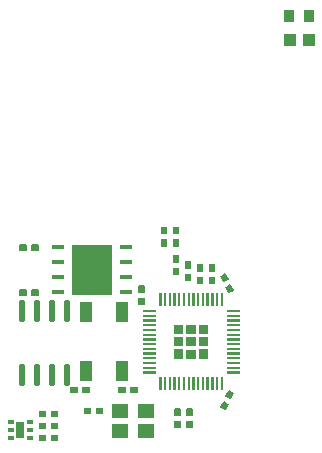
<source format=gtp>
G04 Layer: TopPasteMaskLayer*
G04 Panelize: , Column: 2, Row: 2, Board Size: 58.42mm x 58.42mm, Panelized Board Size: 118.84mm x 118.84mm*
G04 EasyEDA v6.5.34, 2023-09-08 22:52:23*
G04 25f9ab1a57db4546acea81688240381b,5a6b42c53f6a479593ecc07194224c93,10*
G04 Gerber Generator version 0.2*
G04 Scale: 100 percent, Rotated: No, Reflected: No *
G04 Dimensions in millimeters *
G04 leading zeros omitted , absolute positions ,4 integer and 5 decimal *
%FSLAX45Y45*%
%MOMM*%

%AMMACRO1*21,1,$1,$2,0,0,$3*%
%ADD10MACRO1,1.2X1.4X90.0000*%
%ADD11R,1.4000X1.2000*%
%ADD12MACRO1,1.2X1.4X-90.0000*%
%ADD13R,0.5000X0.3500*%
%ADD14R,0.7000X1.4500*%
%ADD15R,1.0000X1.8000*%
%ADD16O,0.5684012X1.950212*%
%ADD17R,1.0500X0.4501*%
%ADD18R,3.4501X4.3500*%
%ADD19R,0.8999X1.0000*%
%ADD20R,1.0000X1.1000*%
%ADD21R,0.0197X1.1000*%

%LPD*%
G36*
X1865071Y3646982D02*
G01*
X1860092Y3642004D01*
X1860092Y3596995D01*
X1865071Y3592017D01*
X1918055Y3592017D01*
X1923084Y3596995D01*
X1923084Y3642004D01*
X1918106Y3646982D01*
G37*
G36*
X1968093Y3646982D02*
G01*
X1963064Y3642004D01*
X1963064Y3596995D01*
X1968093Y3592017D01*
X2021078Y3592017D01*
X2026107Y3596995D01*
X2026107Y3642004D01*
X2021078Y3646982D01*
G37*
G36*
X2411171Y2262682D02*
G01*
X2406192Y2257704D01*
X2406192Y2212695D01*
X2411171Y2207717D01*
X2464206Y2207717D01*
X2469184Y2212695D01*
X2469184Y2257704D01*
X2464206Y2262682D01*
G37*
G36*
X2514193Y2262682D02*
G01*
X2509164Y2257704D01*
X2509164Y2212695D01*
X2514193Y2207717D01*
X2567178Y2207717D01*
X2572207Y2212695D01*
X2572207Y2257704D01*
X2567178Y2262682D01*
G37*
G36*
X2030171Y2034082D02*
G01*
X2025192Y2029104D01*
X2025192Y1984095D01*
X2030171Y1979117D01*
X2083206Y1979117D01*
X2088184Y1984095D01*
X2088184Y2029104D01*
X2083206Y2034082D01*
G37*
G36*
X2133193Y2034082D02*
G01*
X2128164Y2029104D01*
X2128164Y1984095D01*
X2133193Y1979117D01*
X2186178Y1979117D01*
X2191207Y1984095D01*
X2191207Y2029104D01*
X2186178Y2034082D01*
G37*
G36*
X3063595Y3791407D02*
G01*
X3058566Y3786378D01*
X3058566Y3733393D01*
X3063595Y3728415D01*
X3108604Y3728415D01*
X3113582Y3733393D01*
X3113582Y3786378D01*
X3108604Y3791407D01*
G37*
G36*
X3063595Y3688384D02*
G01*
X3058617Y3683406D01*
X3058566Y3630422D01*
X3063595Y3625392D01*
X3108604Y3625392D01*
X3113582Y3630422D01*
X3113582Y3683406D01*
X3108604Y3688384D01*
G37*
G36*
X3165195Y3688384D02*
G01*
X3160166Y3683406D01*
X3160166Y3630371D01*
X3165195Y3625392D01*
X3210204Y3625392D01*
X3215182Y3630371D01*
X3215182Y3683406D01*
X3210204Y3688384D01*
G37*
G36*
X3165195Y3791407D02*
G01*
X3160166Y3786378D01*
X3160166Y3733393D01*
X3165195Y3728415D01*
X3210204Y3728415D01*
X3215182Y3733393D01*
X3215182Y3786378D01*
X3210204Y3791407D01*
G37*
G36*
X2296871Y2440482D02*
G01*
X2291892Y2435504D01*
X2291892Y2390495D01*
X2296871Y2385517D01*
X2349906Y2385517D01*
X2354884Y2390495D01*
X2354884Y2435504D01*
X2349906Y2440482D01*
G37*
G36*
X2399893Y2440482D02*
G01*
X2394864Y2435504D01*
X2394864Y2390495D01*
X2399893Y2385517D01*
X2452878Y2385517D01*
X2457907Y2390495D01*
X2457907Y2435504D01*
X2452878Y2440482D01*
G37*
G36*
X3279495Y2254707D02*
G01*
X3274466Y2249678D01*
X3274466Y2196693D01*
X3279495Y2191715D01*
X3324504Y2191715D01*
X3329482Y2196693D01*
X3329482Y2249678D01*
X3324504Y2254707D01*
G37*
G36*
X3279495Y2151684D02*
G01*
X3274517Y2146706D01*
X3274466Y2093722D01*
X3279495Y2088692D01*
X3324504Y2088692D01*
X3329482Y2093722D01*
X3329482Y2146706D01*
X3324504Y2151684D01*
G37*
G36*
X3177895Y2151684D02*
G01*
X3172866Y2146706D01*
X3172866Y2093671D01*
X3177895Y2088692D01*
X3222904Y2088692D01*
X3227882Y2093671D01*
X3227882Y2146706D01*
X3222904Y2151684D01*
G37*
G36*
X3177895Y2254707D02*
G01*
X3172866Y2249678D01*
X3172866Y2196693D01*
X3177895Y2191715D01*
X3222904Y2191715D01*
X3227882Y2196693D01*
X3227882Y2249678D01*
X3222904Y2254707D01*
G37*
G36*
X3634181Y2408834D02*
G01*
X3627526Y2406396D01*
X3605123Y2358390D01*
X3607562Y2351735D01*
X3648354Y2332736D01*
X3654958Y2335123D01*
X3677361Y2383180D01*
X3674973Y2389835D01*
G37*
G36*
X3590645Y2315464D02*
G01*
X3583990Y2313076D01*
X3561587Y2265019D01*
X3564026Y2258364D01*
X3604818Y2239365D01*
X3611473Y2241804D01*
X3633825Y2289810D01*
X3631437Y2296464D01*
G37*
G36*
X3165195Y3550107D02*
G01*
X3160166Y3545078D01*
X3160166Y3492093D01*
X3165195Y3487115D01*
X3210204Y3487115D01*
X3215182Y3492093D01*
X3215182Y3545078D01*
X3210204Y3550107D01*
G37*
G36*
X3165195Y3447084D02*
G01*
X3160217Y3442106D01*
X3160166Y3389122D01*
X3165195Y3384092D01*
X3210204Y3384092D01*
X3215182Y3389122D01*
X3215182Y3442106D01*
X3210204Y3447084D01*
G37*
G36*
X3266795Y3499307D02*
G01*
X3261766Y3494278D01*
X3261766Y3441293D01*
X3266795Y3436315D01*
X3311804Y3436315D01*
X3316782Y3441293D01*
X3316782Y3494278D01*
X3311804Y3499307D01*
G37*
G36*
X3266795Y3396284D02*
G01*
X3261817Y3391306D01*
X3261766Y3338322D01*
X3266795Y3333292D01*
X3311804Y3333292D01*
X3316782Y3338322D01*
X3316782Y3391306D01*
X3311804Y3396284D01*
G37*
G36*
X3368395Y3473907D02*
G01*
X3363366Y3468878D01*
X3363366Y3415893D01*
X3368395Y3410915D01*
X3413404Y3410915D01*
X3418382Y3415893D01*
X3418382Y3468878D01*
X3413404Y3473907D01*
G37*
G36*
X3368395Y3370884D02*
G01*
X3363417Y3365906D01*
X3363366Y3312922D01*
X3368395Y3307892D01*
X3413404Y3307892D01*
X3418382Y3312922D01*
X3418382Y3365906D01*
X3413404Y3370884D01*
G37*
G36*
X3469995Y3473907D02*
G01*
X3464966Y3468878D01*
X3464966Y3415893D01*
X3469995Y3410915D01*
X3515004Y3410915D01*
X3519982Y3415893D01*
X3519982Y3468878D01*
X3515004Y3473907D01*
G37*
G36*
X3469995Y3370884D02*
G01*
X3465017Y3365906D01*
X3464966Y3312922D01*
X3469995Y3307892D01*
X3515004Y3307892D01*
X3519982Y3312922D01*
X3519982Y3365906D01*
X3515004Y3370884D01*
G37*
G36*
X3604818Y3399434D02*
G01*
X3564026Y3380435D01*
X3561587Y3373780D01*
X3583990Y3325723D01*
X3590645Y3323336D01*
X3631437Y3342335D01*
X3633825Y3348990D01*
X3611422Y3396996D01*
G37*
G36*
X3648354Y3306064D02*
G01*
X3607562Y3287064D01*
X3605123Y3280410D01*
X3627526Y3232404D01*
X3634181Y3229965D01*
X3674973Y3248964D01*
X3677361Y3255619D01*
X3654958Y3303676D01*
G37*
G36*
X2703271Y2440482D02*
G01*
X2698292Y2435504D01*
X2698292Y2390495D01*
X2703271Y2385517D01*
X2756306Y2385517D01*
X2761284Y2390495D01*
X2761284Y2435504D01*
X2756306Y2440482D01*
G37*
G36*
X2806293Y2440482D02*
G01*
X2801264Y2435504D01*
X2801264Y2390495D01*
X2806293Y2385517D01*
X2859278Y2385517D01*
X2864307Y2390495D01*
X2864307Y2435504D01*
X2859278Y2440482D01*
G37*
G36*
X2904693Y3089402D02*
G01*
X2904693Y3069386D01*
X3014675Y3069386D01*
X3014675Y3089402D01*
G37*
G36*
X2904693Y3049422D02*
G01*
X2904693Y3029407D01*
X3014675Y3029407D01*
X3014675Y3049422D01*
G37*
G36*
X2904693Y3009392D02*
G01*
X2904693Y2989376D01*
X3014675Y2989376D01*
X3014675Y3009392D01*
G37*
G36*
X2904693Y2969361D02*
G01*
X2904693Y2949397D01*
X3014675Y2949397D01*
X3014675Y2969361D01*
G37*
G36*
X2904693Y2929432D02*
G01*
X2904693Y2909417D01*
X3014675Y2909417D01*
X3014675Y2929432D01*
G37*
G36*
X2904693Y2889402D02*
G01*
X2904693Y2869387D01*
X3014675Y2869387D01*
X3014675Y2889402D01*
G37*
G36*
X2904693Y2849422D02*
G01*
X2904693Y2829407D01*
X3014675Y2829407D01*
X3014675Y2849422D01*
G37*
G36*
X2904693Y2809392D02*
G01*
X2904693Y2789377D01*
X3014675Y2789377D01*
X3014675Y2809392D01*
G37*
G36*
X2904693Y2769412D02*
G01*
X2904693Y2749397D01*
X3014675Y2749397D01*
X3014675Y2769412D01*
G37*
G36*
X2904693Y2729433D02*
G01*
X2904693Y2709418D01*
X3014675Y2709418D01*
X3014675Y2729433D01*
G37*
G36*
X2904693Y2689402D02*
G01*
X2904693Y2669387D01*
X3014675Y2669387D01*
X3014675Y2689402D01*
G37*
G36*
X2904693Y2649372D02*
G01*
X2904693Y2629408D01*
X3014675Y2629408D01*
X3014675Y2649372D01*
G37*
G36*
X2904693Y2609392D02*
G01*
X2904693Y2589377D01*
X3014675Y2589377D01*
X3014675Y2609392D01*
G37*
G36*
X2904693Y2569413D02*
G01*
X2904693Y2549398D01*
X3014675Y2549398D01*
X3014675Y2569413D01*
G37*
G36*
X3044698Y2519426D02*
G01*
X3044698Y2409393D01*
X3064713Y2409393D01*
X3064713Y2519426D01*
G37*
G36*
X3084677Y2519426D02*
G01*
X3084677Y2409393D01*
X3104692Y2409393D01*
X3104692Y2519426D01*
G37*
G36*
X3124657Y2519426D02*
G01*
X3124657Y2409393D01*
X3144672Y2409393D01*
X3144672Y2519426D01*
G37*
G36*
X3164687Y2519426D02*
G01*
X3164687Y2409393D01*
X3184702Y2409393D01*
X3184702Y2519426D01*
G37*
G36*
X3204667Y2519426D02*
G01*
X3204667Y2409393D01*
X3224682Y2409393D01*
X3224682Y2519426D01*
G37*
G36*
X3244697Y2519426D02*
G01*
X3244697Y2409393D01*
X3264712Y2409393D01*
X3264712Y2519426D01*
G37*
G36*
X3284677Y2519426D02*
G01*
X3284677Y2409393D01*
X3304692Y2409393D01*
X3304692Y2519426D01*
G37*
G36*
X3324656Y2519426D02*
G01*
X3324656Y2409393D01*
X3344672Y2409393D01*
X3344672Y2519426D01*
G37*
G36*
X3364687Y2519426D02*
G01*
X3364687Y2409393D01*
X3384702Y2409393D01*
X3384702Y2519426D01*
G37*
G36*
X3404666Y2519426D02*
G01*
X3404666Y2409393D01*
X3424682Y2409393D01*
X3424682Y2519426D01*
G37*
G36*
X3444697Y2519426D02*
G01*
X3444697Y2409393D01*
X3464712Y2409393D01*
X3464712Y2519426D01*
G37*
G36*
X3484676Y2519426D02*
G01*
X3484676Y2409393D01*
X3504692Y2409393D01*
X3504692Y2519426D01*
G37*
G36*
X3524656Y2519426D02*
G01*
X3524656Y2409393D01*
X3544671Y2409393D01*
X3544671Y2519426D01*
G37*
G36*
X3564686Y2519426D02*
G01*
X3564686Y2409393D01*
X3584701Y2409393D01*
X3584701Y2519426D01*
G37*
G36*
X3614674Y2569413D02*
G01*
X3614674Y2549398D01*
X3724706Y2549398D01*
X3724706Y2569413D01*
G37*
G36*
X3614674Y2609392D02*
G01*
X3614674Y2589377D01*
X3724706Y2589377D01*
X3724706Y2609392D01*
G37*
G36*
X3614674Y2649372D02*
G01*
X3614674Y2629408D01*
X3724706Y2629408D01*
X3724706Y2649372D01*
G37*
G36*
X3614674Y2689402D02*
G01*
X3614674Y2669387D01*
X3724706Y2669387D01*
X3724706Y2689402D01*
G37*
G36*
X3614674Y2729433D02*
G01*
X3614674Y2709418D01*
X3724706Y2709418D01*
X3724706Y2729433D01*
G37*
G36*
X3614674Y2769412D02*
G01*
X3614674Y2749397D01*
X3724706Y2749397D01*
X3724706Y2769412D01*
G37*
G36*
X3614674Y2809392D02*
G01*
X3614674Y2789377D01*
X3724706Y2789377D01*
X3724706Y2809392D01*
G37*
G36*
X3614674Y2849422D02*
G01*
X3614674Y2829407D01*
X3724706Y2829407D01*
X3724706Y2849422D01*
G37*
G36*
X3614674Y2889402D02*
G01*
X3614674Y2869387D01*
X3724706Y2869387D01*
X3724706Y2889402D01*
G37*
G36*
X3614674Y2929432D02*
G01*
X3614674Y2909417D01*
X3724706Y2909417D01*
X3724706Y2929432D01*
G37*
G36*
X3614674Y2969361D02*
G01*
X3614674Y2949397D01*
X3724706Y2949397D01*
X3724706Y2969361D01*
G37*
G36*
X3614674Y3009392D02*
G01*
X3614674Y2989376D01*
X3724706Y2989376D01*
X3724706Y3009392D01*
G37*
G36*
X3614674Y3049422D02*
G01*
X3614674Y3029407D01*
X3724706Y3029407D01*
X3724706Y3049422D01*
G37*
G36*
X3614674Y3089402D02*
G01*
X3614674Y3069386D01*
X3724706Y3069386D01*
X3724706Y3089402D01*
G37*
G36*
X3564686Y3229406D02*
G01*
X3564686Y3119374D01*
X3584701Y3119374D01*
X3584701Y3229406D01*
G37*
G36*
X3524656Y3229406D02*
G01*
X3524656Y3119374D01*
X3544671Y3119374D01*
X3544671Y3229406D01*
G37*
G36*
X3484676Y3229406D02*
G01*
X3484676Y3119374D01*
X3504692Y3119374D01*
X3504692Y3229406D01*
G37*
G36*
X3444697Y3229406D02*
G01*
X3444697Y3119374D01*
X3464712Y3119374D01*
X3464712Y3229406D01*
G37*
G36*
X3404666Y3229406D02*
G01*
X3404666Y3119374D01*
X3424682Y3119374D01*
X3424682Y3229406D01*
G37*
G36*
X3364687Y3229406D02*
G01*
X3364687Y3119374D01*
X3384702Y3119374D01*
X3384702Y3229406D01*
G37*
G36*
X3324656Y3229406D02*
G01*
X3324656Y3119374D01*
X3344672Y3119374D01*
X3344672Y3229406D01*
G37*
G36*
X3284677Y3229406D02*
G01*
X3284677Y3119374D01*
X3304692Y3119374D01*
X3304692Y3229406D01*
G37*
G36*
X3244697Y3229406D02*
G01*
X3244697Y3119374D01*
X3264712Y3119374D01*
X3264712Y3229406D01*
G37*
G36*
X3204667Y3229406D02*
G01*
X3204667Y3119374D01*
X3224682Y3119374D01*
X3224682Y3229406D01*
G37*
G36*
X3164687Y3229406D02*
G01*
X3164687Y3119374D01*
X3184702Y3119374D01*
X3184702Y3229406D01*
G37*
G36*
X3124657Y3229406D02*
G01*
X3124657Y3119374D01*
X3144672Y3119374D01*
X3144672Y3229406D01*
G37*
G36*
X3084677Y3229406D02*
G01*
X3084677Y3119374D01*
X3104692Y3119374D01*
X3104692Y3229406D01*
G37*
G36*
X3044698Y3229406D02*
G01*
X3044698Y3119374D01*
X3064713Y3119374D01*
X3064713Y3229406D01*
G37*
G36*
X3379673Y2964383D02*
G01*
X3379673Y2884424D01*
X3459683Y2884424D01*
X3459683Y2964383D01*
G37*
G36*
X3169716Y2964383D02*
G01*
X3169716Y2884424D01*
X3249676Y2884424D01*
X3249676Y2964383D01*
G37*
G36*
X3169716Y2754426D02*
G01*
X3169716Y2674416D01*
X3249676Y2674416D01*
X3249676Y2754426D01*
G37*
G36*
X3379673Y2754426D02*
G01*
X3379673Y2674416D01*
X3459683Y2674416D01*
X3459683Y2754426D01*
G37*
G36*
X3379673Y2859379D02*
G01*
X3379673Y2779369D01*
X3459683Y2779369D01*
X3459683Y2859379D01*
G37*
G36*
X3274669Y2964434D02*
G01*
X3274669Y2884424D01*
X3354679Y2884424D01*
X3354679Y2964434D01*
G37*
G36*
X3169716Y2859379D02*
G01*
X3169716Y2779369D01*
X3249676Y2779369D01*
X3249676Y2859379D01*
G37*
G36*
X3274669Y2859379D02*
G01*
X3274669Y2779420D01*
X3354679Y2779420D01*
X3354679Y2859379D01*
G37*
G36*
X3274669Y2753918D02*
G01*
X3274669Y2673908D01*
X3354679Y2673908D01*
X3354679Y2753918D01*
G37*
G36*
X1968093Y3265982D02*
G01*
X1963115Y3261004D01*
X1963115Y3215995D01*
X1968093Y3211017D01*
X2021078Y3211017D01*
X2026107Y3215995D01*
X2026107Y3261004D01*
X2021078Y3265982D01*
G37*
G36*
X1865071Y3265982D02*
G01*
X1860092Y3261004D01*
X1860092Y3215995D01*
X1865071Y3211017D01*
X1918106Y3211017D01*
X1923084Y3215995D01*
X1923084Y3261004D01*
X1918106Y3265982D01*
G37*
G36*
X2030171Y2237282D02*
G01*
X2025192Y2232304D01*
X2025192Y2187295D01*
X2030171Y2182317D01*
X2083206Y2182317D01*
X2088184Y2187295D01*
X2088184Y2232304D01*
X2083206Y2237282D01*
G37*
G36*
X2133193Y2237282D02*
G01*
X2128164Y2232304D01*
X2128164Y2187295D01*
X2133193Y2182317D01*
X2186178Y2182317D01*
X2191207Y2187295D01*
X2191207Y2232304D01*
X2186178Y2237282D01*
G37*
G36*
X2030171Y2135682D02*
G01*
X2025192Y2130704D01*
X2025192Y2085695D01*
X2030171Y2080717D01*
X2083206Y2080717D01*
X2088184Y2085695D01*
X2088184Y2130704D01*
X2083206Y2135682D01*
G37*
G36*
X2133193Y2135682D02*
G01*
X2128164Y2130704D01*
X2128164Y2085695D01*
X2133193Y2080717D01*
X2186178Y2080717D01*
X2191207Y2085695D01*
X2191207Y2130704D01*
X2186178Y2135682D01*
G37*
G36*
X2873095Y3296107D02*
G01*
X2868066Y3291078D01*
X2868066Y3238093D01*
X2873095Y3233115D01*
X2918104Y3233115D01*
X2923082Y3238093D01*
X2923082Y3291078D01*
X2918104Y3296107D01*
G37*
G36*
X2873095Y3193084D02*
G01*
X2868117Y3188106D01*
X2868066Y3135122D01*
X2873095Y3130092D01*
X2918104Y3130092D01*
X2923082Y3135122D01*
X2923082Y3188106D01*
X2918104Y3193084D01*
G37*
D10*
G01*
X2709387Y2061309D03*
G01*
X2929387Y2061309D03*
D11*
G01*
X2929381Y2231313D03*
D12*
G01*
X2709387Y2231311D03*
D13*
G01*
X1786915Y2136089D03*
G01*
X1786915Y2070100D03*
G01*
X1786915Y2004110D03*
G01*
X1946884Y2004110D03*
G01*
X1946884Y2070100D03*
G01*
X1946884Y2136089D03*
D14*
G01*
X1866925Y2070100D03*
D15*
G01*
X2728061Y3069386D03*
G01*
X2428113Y3069386D03*
G01*
X2428113Y2569387D03*
G01*
X2728061Y2569387D03*
D16*
G01*
X1879600Y2536189D03*
G01*
X2006600Y2536189D03*
G01*
X2133600Y2536189D03*
G01*
X2260600Y2536189D03*
G01*
X1879600Y3077210D03*
G01*
X2006600Y3077210D03*
G01*
X2133600Y3077210D03*
G01*
X2260600Y3077210D03*
D17*
G01*
X2191486Y3619500D03*
G01*
X2191486Y3492500D03*
G01*
X2191486Y3365500D03*
G01*
X2191486Y3238500D03*
G01*
X2761488Y3238500D03*
G01*
X2761488Y3365500D03*
G01*
X2761488Y3492500D03*
G01*
X2761488Y3619500D03*
D18*
G01*
X2476500Y3429000D03*
D19*
G01*
X4144086Y5575300D03*
G01*
X4314088Y5575300D03*
D20*
G01*
X4149090Y5372100D03*
G01*
X4309084Y5372100D03*
M02*

</source>
